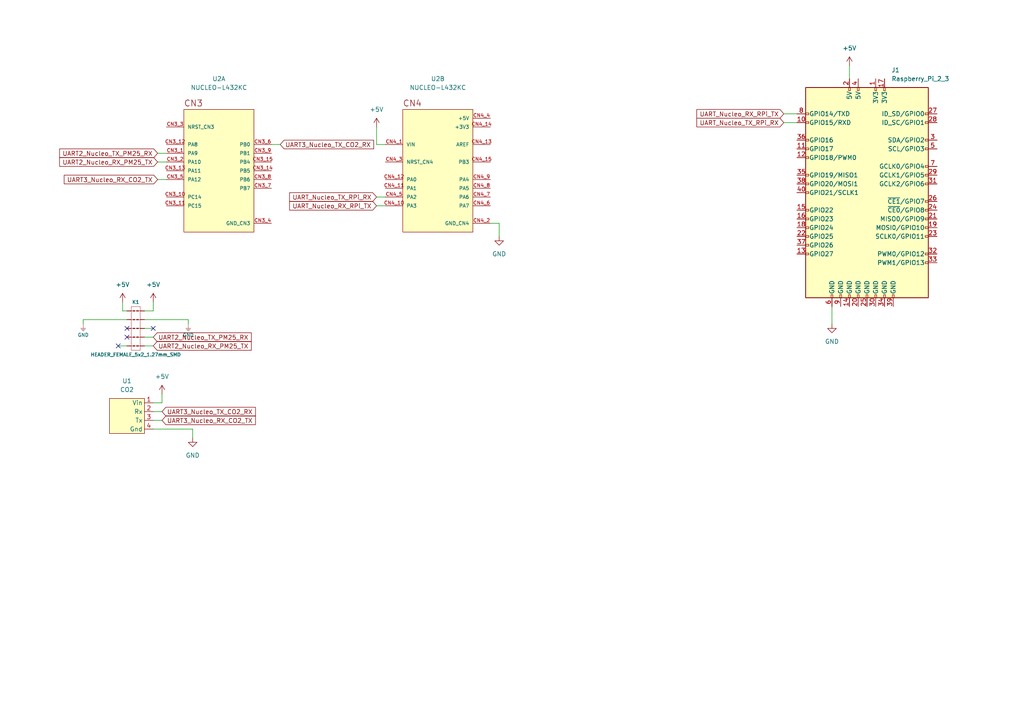
<source format=kicad_sch>
(kicad_sch (version 20211123) (generator eeschema)

  (uuid b593f02d-8e7f-4396-bd50-f6ab53e6576a)

  (paper "A4")

  (lib_symbols
    (symbol "Capteur_Raspy:CO2" (in_bom yes) (on_board yes)
      (property "Reference" "U" (id 0) (at 0 0 0)
        (effects (font (size 1.27 1.27)))
      )
      (property "Value" "CO2" (id 1) (at 0 0 0)
        (effects (font (size 1.27 1.27)))
      )
      (property "Footprint" "" (id 2) (at 0 0 0)
        (effects (font (size 1.27 1.27)) hide)
      )
      (property "Datasheet" "" (id 3) (at 0 0 0)
        (effects (font (size 1.27 1.27)) hide)
      )
      (symbol "CO2_0_1"
        (rectangle (start -2.54 5.08) (end 7.62 -5.08)
          (stroke (width 0) (type default) (color 0 0 0 0))
          (fill (type background))
        )
      )
      (symbol "CO2_1_1"
        (pin input line (at 10.16 3.81 180) (length 2.54)
          (name "Vin" (effects (font (size 1.27 1.27))))
          (number "1" (effects (font (size 1.27 1.27))))
        )
        (pin input line (at 10.16 1.27 180) (length 2.54)
          (name "Rx" (effects (font (size 1.27 1.27))))
          (number "2" (effects (font (size 1.27 1.27))))
        )
        (pin output line (at 10.16 -1.27 180) (length 2.54)
          (name "Tx" (effects (font (size 1.27 1.27))))
          (number "3" (effects (font (size 1.27 1.27))))
        )
        (pin input line (at 10.16 -3.81 180) (length 2.54)
          (name "Gnd" (effects (font (size 1.27 1.27))))
          (number "4" (effects (font (size 1.27 1.27))))
        )
      )
    )
    (symbol "Connector:Raspberry_Pi_2_3" (pin_names (offset 1.016)) (in_bom yes) (on_board yes)
      (property "Reference" "J" (id 0) (at -17.78 31.75 0)
        (effects (font (size 1.27 1.27)) (justify left bottom))
      )
      (property "Value" "Raspberry_Pi_2_3" (id 1) (at 10.16 -31.75 0)
        (effects (font (size 1.27 1.27)) (justify left top))
      )
      (property "Footprint" "" (id 2) (at 0 0 0)
        (effects (font (size 1.27 1.27)) hide)
      )
      (property "Datasheet" "https://www.raspberrypi.org/documentation/hardware/raspberrypi/schematics/rpi_SCH_3bplus_1p0_reduced.pdf" (id 3) (at 0 0 0)
        (effects (font (size 1.27 1.27)) hide)
      )
      (property "ki_keywords" "raspberrypi gpio" (id 4) (at 0 0 0)
        (effects (font (size 1.27 1.27)) hide)
      )
      (property "ki_description" "expansion header for Raspberry Pi 2 & 3" (id 5) (at 0 0 0)
        (effects (font (size 1.27 1.27)) hide)
      )
      (property "ki_fp_filters" "PinHeader*2x20*P2.54mm*Vertical* PinSocket*2x20*P2.54mm*Vertical*" (id 6) (at 0 0 0)
        (effects (font (size 1.27 1.27)) hide)
      )
      (symbol "Raspberry_Pi_2_3_0_1"
        (rectangle (start -17.78 30.48) (end 17.78 -30.48)
          (stroke (width 0.254) (type default) (color 0 0 0 0))
          (fill (type background))
        )
      )
      (symbol "Raspberry_Pi_2_3_1_1"
        (rectangle (start -16.891 -17.526) (end -17.78 -18.034)
          (stroke (width 0) (type default) (color 0 0 0 0))
          (fill (type none))
        )
        (rectangle (start -16.891 -14.986) (end -17.78 -15.494)
          (stroke (width 0) (type default) (color 0 0 0 0))
          (fill (type none))
        )
        (rectangle (start -16.891 -12.446) (end -17.78 -12.954)
          (stroke (width 0) (type default) (color 0 0 0 0))
          (fill (type none))
        )
        (rectangle (start -16.891 -9.906) (end -17.78 -10.414)
          (stroke (width 0) (type default) (color 0 0 0 0))
          (fill (type none))
        )
        (rectangle (start -16.891 -7.366) (end -17.78 -7.874)
          (stroke (width 0) (type default) (color 0 0 0 0))
          (fill (type none))
        )
        (rectangle (start -16.891 -4.826) (end -17.78 -5.334)
          (stroke (width 0) (type default) (color 0 0 0 0))
          (fill (type none))
        )
        (rectangle (start -16.891 0.254) (end -17.78 -0.254)
          (stroke (width 0) (type default) (color 0 0 0 0))
          (fill (type none))
        )
        (rectangle (start -16.891 2.794) (end -17.78 2.286)
          (stroke (width 0) (type default) (color 0 0 0 0))
          (fill (type none))
        )
        (rectangle (start -16.891 5.334) (end -17.78 4.826)
          (stroke (width 0) (type default) (color 0 0 0 0))
          (fill (type none))
        )
        (rectangle (start -16.891 10.414) (end -17.78 9.906)
          (stroke (width 0) (type default) (color 0 0 0 0))
          (fill (type none))
        )
        (rectangle (start -16.891 12.954) (end -17.78 12.446)
          (stroke (width 0) (type default) (color 0 0 0 0))
          (fill (type none))
        )
        (rectangle (start -16.891 15.494) (end -17.78 14.986)
          (stroke (width 0) (type default) (color 0 0 0 0))
          (fill (type none))
        )
        (rectangle (start -16.891 20.574) (end -17.78 20.066)
          (stroke (width 0) (type default) (color 0 0 0 0))
          (fill (type none))
        )
        (rectangle (start -16.891 23.114) (end -17.78 22.606)
          (stroke (width 0) (type default) (color 0 0 0 0))
          (fill (type none))
        )
        (rectangle (start -10.414 -29.591) (end -9.906 -30.48)
          (stroke (width 0) (type default) (color 0 0 0 0))
          (fill (type none))
        )
        (rectangle (start -7.874 -29.591) (end -7.366 -30.48)
          (stroke (width 0) (type default) (color 0 0 0 0))
          (fill (type none))
        )
        (rectangle (start -5.334 -29.591) (end -4.826 -30.48)
          (stroke (width 0) (type default) (color 0 0 0 0))
          (fill (type none))
        )
        (rectangle (start -5.334 30.48) (end -4.826 29.591)
          (stroke (width 0) (type default) (color 0 0 0 0))
          (fill (type none))
        )
        (rectangle (start -2.794 -29.591) (end -2.286 -30.48)
          (stroke (width 0) (type default) (color 0 0 0 0))
          (fill (type none))
        )
        (rectangle (start -2.794 30.48) (end -2.286 29.591)
          (stroke (width 0) (type default) (color 0 0 0 0))
          (fill (type none))
        )
        (rectangle (start -0.254 -29.591) (end 0.254 -30.48)
          (stroke (width 0) (type default) (color 0 0 0 0))
          (fill (type none))
        )
        (rectangle (start 2.286 -29.591) (end 2.794 -30.48)
          (stroke (width 0) (type default) (color 0 0 0 0))
          (fill (type none))
        )
        (rectangle (start 2.286 30.48) (end 2.794 29.591)
          (stroke (width 0) (type default) (color 0 0 0 0))
          (fill (type none))
        )
        (rectangle (start 4.826 -29.591) (end 5.334 -30.48)
          (stroke (width 0) (type default) (color 0 0 0 0))
          (fill (type none))
        )
        (rectangle (start 4.826 30.48) (end 5.334 29.591)
          (stroke (width 0) (type default) (color 0 0 0 0))
          (fill (type none))
        )
        (rectangle (start 7.366 -29.591) (end 7.874 -30.48)
          (stroke (width 0) (type default) (color 0 0 0 0))
          (fill (type none))
        )
        (rectangle (start 17.78 -20.066) (end 16.891 -20.574)
          (stroke (width 0) (type default) (color 0 0 0 0))
          (fill (type none))
        )
        (rectangle (start 17.78 -17.526) (end 16.891 -18.034)
          (stroke (width 0) (type default) (color 0 0 0 0))
          (fill (type none))
        )
        (rectangle (start 17.78 -12.446) (end 16.891 -12.954)
          (stroke (width 0) (type default) (color 0 0 0 0))
          (fill (type none))
        )
        (rectangle (start 17.78 -9.906) (end 16.891 -10.414)
          (stroke (width 0) (type default) (color 0 0 0 0))
          (fill (type none))
        )
        (rectangle (start 17.78 -7.366) (end 16.891 -7.874)
          (stroke (width 0) (type default) (color 0 0 0 0))
          (fill (type none))
        )
        (rectangle (start 17.78 -4.826) (end 16.891 -5.334)
          (stroke (width 0) (type default) (color 0 0 0 0))
          (fill (type none))
        )
        (rectangle (start 17.78 -2.286) (end 16.891 -2.794)
          (stroke (width 0) (type default) (color 0 0 0 0))
          (fill (type none))
        )
        (rectangle (start 17.78 2.794) (end 16.891 2.286)
          (stroke (width 0) (type default) (color 0 0 0 0))
          (fill (type none))
        )
        (rectangle (start 17.78 5.334) (end 16.891 4.826)
          (stroke (width 0) (type default) (color 0 0 0 0))
          (fill (type none))
        )
        (rectangle (start 17.78 7.874) (end 16.891 7.366)
          (stroke (width 0) (type default) (color 0 0 0 0))
          (fill (type none))
        )
        (rectangle (start 17.78 12.954) (end 16.891 12.446)
          (stroke (width 0) (type default) (color 0 0 0 0))
          (fill (type none))
        )
        (rectangle (start 17.78 15.494) (end 16.891 14.986)
          (stroke (width 0) (type default) (color 0 0 0 0))
          (fill (type none))
        )
        (rectangle (start 17.78 20.574) (end 16.891 20.066)
          (stroke (width 0) (type default) (color 0 0 0 0))
          (fill (type none))
        )
        (rectangle (start 17.78 23.114) (end 16.891 22.606)
          (stroke (width 0) (type default) (color 0 0 0 0))
          (fill (type none))
        )
        (pin power_in line (at 2.54 33.02 270) (length 2.54)
          (name "3V3" (effects (font (size 1.27 1.27))))
          (number "1" (effects (font (size 1.27 1.27))))
        )
        (pin bidirectional line (at -20.32 20.32 0) (length 2.54)
          (name "GPIO15/RXD" (effects (font (size 1.27 1.27))))
          (number "10" (effects (font (size 1.27 1.27))))
        )
        (pin bidirectional line (at -20.32 12.7 0) (length 2.54)
          (name "GPIO17" (effects (font (size 1.27 1.27))))
          (number "11" (effects (font (size 1.27 1.27))))
        )
        (pin bidirectional line (at -20.32 10.16 0) (length 2.54)
          (name "GPIO18/PWM0" (effects (font (size 1.27 1.27))))
          (number "12" (effects (font (size 1.27 1.27))))
        )
        (pin bidirectional line (at -20.32 -17.78 0) (length 2.54)
          (name "GPIO27" (effects (font (size 1.27 1.27))))
          (number "13" (effects (font (size 1.27 1.27))))
        )
        (pin power_in line (at -5.08 -33.02 90) (length 2.54)
          (name "GND" (effects (font (size 1.27 1.27))))
          (number "14" (effects (font (size 1.27 1.27))))
        )
        (pin bidirectional line (at -20.32 -5.08 0) (length 2.54)
          (name "GPIO22" (effects (font (size 1.27 1.27))))
          (number "15" (effects (font (size 1.27 1.27))))
        )
        (pin bidirectional line (at -20.32 -7.62 0) (length 2.54)
          (name "GPIO23" (effects (font (size 1.27 1.27))))
          (number "16" (effects (font (size 1.27 1.27))))
        )
        (pin power_in line (at 5.08 33.02 270) (length 2.54)
          (name "3V3" (effects (font (size 1.27 1.27))))
          (number "17" (effects (font (size 1.27 1.27))))
        )
        (pin bidirectional line (at -20.32 -10.16 0) (length 2.54)
          (name "GPIO24" (effects (font (size 1.27 1.27))))
          (number "18" (effects (font (size 1.27 1.27))))
        )
        (pin bidirectional line (at 20.32 -10.16 180) (length 2.54)
          (name "MOSI0/GPIO10" (effects (font (size 1.27 1.27))))
          (number "19" (effects (font (size 1.27 1.27))))
        )
        (pin power_in line (at -5.08 33.02 270) (length 2.54)
          (name "5V" (effects (font (size 1.27 1.27))))
          (number "2" (effects (font (size 1.27 1.27))))
        )
        (pin power_in line (at -2.54 -33.02 90) (length 2.54)
          (name "GND" (effects (font (size 1.27 1.27))))
          (number "20" (effects (font (size 1.27 1.27))))
        )
        (pin bidirectional line (at 20.32 -7.62 180) (length 2.54)
          (name "MISO0/GPIO9" (effects (font (size 1.27 1.27))))
          (number "21" (effects (font (size 1.27 1.27))))
        )
        (pin bidirectional line (at -20.32 -12.7 0) (length 2.54)
          (name "GPIO25" (effects (font (size 1.27 1.27))))
          (number "22" (effects (font (size 1.27 1.27))))
        )
        (pin bidirectional line (at 20.32 -12.7 180) (length 2.54)
          (name "SCLK0/GPIO11" (effects (font (size 1.27 1.27))))
          (number "23" (effects (font (size 1.27 1.27))))
        )
        (pin bidirectional line (at 20.32 -5.08 180) (length 2.54)
          (name "~{CE0}/GPIO8" (effects (font (size 1.27 1.27))))
          (number "24" (effects (font (size 1.27 1.27))))
        )
        (pin power_in line (at 0 -33.02 90) (length 2.54)
          (name "GND" (effects (font (size 1.27 1.27))))
          (number "25" (effects (font (size 1.27 1.27))))
        )
        (pin bidirectional line (at 20.32 -2.54 180) (length 2.54)
          (name "~{CE1}/GPIO7" (effects (font (size 1.27 1.27))))
          (number "26" (effects (font (size 1.27 1.27))))
        )
        (pin bidirectional line (at 20.32 22.86 180) (length 2.54)
          (name "ID_SD/GPIO0" (effects (font (size 1.27 1.27))))
          (number "27" (effects (font (size 1.27 1.27))))
        )
        (pin bidirectional line (at 20.32 20.32 180) (length 2.54)
          (name "ID_SC/GPIO1" (effects (font (size 1.27 1.27))))
          (number "28" (effects (font (size 1.27 1.27))))
        )
        (pin bidirectional line (at 20.32 5.08 180) (length 2.54)
          (name "GCLK1/GPIO5" (effects (font (size 1.27 1.27))))
          (number "29" (effects (font (size 1.27 1.27))))
        )
        (pin bidirectional line (at 20.32 15.24 180) (length 2.54)
          (name "SDA/GPIO2" (effects (font (size 1.27 1.27))))
          (number "3" (effects (font (size 1.27 1.27))))
        )
        (pin power_in line (at 2.54 -33.02 90) (length 2.54)
          (name "GND" (effects (font (size 1.27 1.27))))
          (number "30" (effects (font (size 1.27 1.27))))
        )
        (pin bidirectional line (at 20.32 2.54 180) (length 2.54)
          (name "GCLK2/GPIO6" (effects (font (size 1.27 1.27))))
          (number "31" (effects (font (size 1.27 1.27))))
        )
        (pin bidirectional line (at 20.32 -17.78 180) (length 2.54)
          (name "PWM0/GPIO12" (effects (font (size 1.27 1.27))))
          (number "32" (effects (font (size 1.27 1.27))))
        )
        (pin bidirectional line (at 20.32 -20.32 180) (length 2.54)
          (name "PWM1/GPIO13" (effects (font (size 1.27 1.27))))
          (number "33" (effects (font (size 1.27 1.27))))
        )
        (pin power_in line (at 5.08 -33.02 90) (length 2.54)
          (name "GND" (effects (font (size 1.27 1.27))))
          (number "34" (effects (font (size 1.27 1.27))))
        )
        (pin bidirectional line (at -20.32 5.08 0) (length 2.54)
          (name "GPIO19/MISO1" (effects (font (size 1.27 1.27))))
          (number "35" (effects (font (size 1.27 1.27))))
        )
        (pin bidirectional line (at -20.32 15.24 0) (length 2.54)
          (name "GPIO16" (effects (font (size 1.27 1.27))))
          (number "36" (effects (font (size 1.27 1.27))))
        )
        (pin bidirectional line (at -20.32 -15.24 0) (length 2.54)
          (name "GPIO26" (effects (font (size 1.27 1.27))))
          (number "37" (effects (font (size 1.27 1.27))))
        )
        (pin bidirectional line (at -20.32 2.54 0) (length 2.54)
          (name "GPIO20/MOSI1" (effects (font (size 1.27 1.27))))
          (number "38" (effects (font (size 1.27 1.27))))
        )
        (pin power_in line (at 7.62 -33.02 90) (length 2.54)
          (name "GND" (effects (font (size 1.27 1.27))))
          (number "39" (effects (font (size 1.27 1.27))))
        )
        (pin power_in line (at -2.54 33.02 270) (length 2.54)
          (name "5V" (effects (font (size 1.27 1.27))))
          (number "4" (effects (font (size 1.27 1.27))))
        )
        (pin bidirectional line (at -20.32 0 0) (length 2.54)
          (name "GPIO21/SCLK1" (effects (font (size 1.27 1.27))))
          (number "40" (effects (font (size 1.27 1.27))))
        )
        (pin bidirectional line (at 20.32 12.7 180) (length 2.54)
          (name "SCL/GPIO3" (effects (font (size 1.27 1.27))))
          (number "5" (effects (font (size 1.27 1.27))))
        )
        (pin power_in line (at -10.16 -33.02 90) (length 2.54)
          (name "GND" (effects (font (size 1.27 1.27))))
          (number "6" (effects (font (size 1.27 1.27))))
        )
        (pin bidirectional line (at 20.32 7.62 180) (length 2.54)
          (name "GCLK0/GPIO4" (effects (font (size 1.27 1.27))))
          (number "7" (effects (font (size 1.27 1.27))))
        )
        (pin bidirectional line (at -20.32 22.86 0) (length 2.54)
          (name "GPIO14/TXD" (effects (font (size 1.27 1.27))))
          (number "8" (effects (font (size 1.27 1.27))))
        )
        (pin power_in line (at -7.62 -33.02 90) (length 2.54)
          (name "GND" (effects (font (size 1.27 1.27))))
          (number "9" (effects (font (size 1.27 1.27))))
        )
      )
    )
    (symbol "NUCLEO-L432KC:NUCLEO-L432KC" (pin_names (offset 1.016)) (in_bom yes) (on_board yes)
      (property "Reference" "U" (id 0) (at -10.16 21.082 0)
        (effects (font (size 1.27 1.27)) (justify left bottom))
      )
      (property "Value" "NUCLEO-L432KC" (id 1) (at -10.16 -20.32 0)
        (effects (font (size 1.27 1.27)) (justify left bottom))
      )
      (property "Footprint" "MODULE_NUCLEO-L432KC" (id 2) (at 0 0 0)
        (effects (font (size 1.27 1.27)) (justify bottom) hide)
      )
      (property "Datasheet" "" (id 3) (at 0 0 0)
        (effects (font (size 1.27 1.27)) hide)
      )
      (property "MAXIMUM_PACKAGE_HEIGHT" "N/A" (id 4) (at 0 0 0)
        (effects (font (size 1.27 1.27)) (justify bottom) hide)
      )
      (property "MANUFACTURER" "ST Microelectronics" (id 5) (at 0 0 0)
        (effects (font (size 1.27 1.27)) (justify bottom) hide)
      )
      (property "PARTREV" "N/A" (id 6) (at 0 0 0)
        (effects (font (size 1.27 1.27)) (justify bottom) hide)
      )
      (property "STANDARD" "Manufacturer Recommendations" (id 7) (at 0 0 0)
        (effects (font (size 1.27 1.27)) (justify bottom) hide)
      )
      (symbol "NUCLEO-L432KC_1_0"
        (rectangle (start -10.16 -17.78) (end 10.16 17.78)
          (stroke (width 0.1524) (type default) (color 0 0 0 0))
          (fill (type background))
        )
        (text "CN3" (at -10.16 18.542 0)
          (effects (font (size 1.778 1.778)) (justify left bottom))
        )
        (pin bidirectional line (at -15.24 5.08 0) (length 5.08)
          (name "PA9" (effects (font (size 1.016 1.016))))
          (number "CN3_1" (effects (font (size 1.016 1.016))))
        )
        (pin bidirectional line (at -15.24 -7.62 0) (length 5.08)
          (name "PC14" (effects (font (size 1.016 1.016))))
          (number "CN3_10" (effects (font (size 1.016 1.016))))
        )
        (pin bidirectional line (at -15.24 -10.16 0) (length 5.08)
          (name "PC15" (effects (font (size 1.016 1.016))))
          (number "CN3_11" (effects (font (size 1.016 1.016))))
        )
        (pin bidirectional line (at -15.24 7.62 0) (length 5.08)
          (name "PA8" (effects (font (size 1.016 1.016))))
          (number "CN3_12" (effects (font (size 1.016 1.016))))
        )
        (pin bidirectional line (at -15.24 0 0) (length 5.08)
          (name "PA11" (effects (font (size 1.016 1.016))))
          (number "CN3_13" (effects (font (size 1.016 1.016))))
        )
        (pin bidirectional line (at 15.24 0 180) (length 5.08)
          (name "PB5" (effects (font (size 1.016 1.016))))
          (number "CN3_14" (effects (font (size 1.016 1.016))))
        )
        (pin bidirectional line (at 15.24 2.54 180) (length 5.08)
          (name "PB4" (effects (font (size 1.016 1.016))))
          (number "CN3_15" (effects (font (size 1.016 1.016))))
        )
        (pin bidirectional line (at -15.24 2.54 0) (length 5.08)
          (name "PA10" (effects (font (size 1.016 1.016))))
          (number "CN3_2" (effects (font (size 1.016 1.016))))
        )
        (pin bidirectional line (at -15.24 12.7 0) (length 5.08)
          (name "NRST_CN3" (effects (font (size 1.016 1.016))))
          (number "CN3_3" (effects (font (size 1.016 1.016))))
        )
        (pin power_in line (at 15.24 -15.24 180) (length 5.08)
          (name "GND_CN3" (effects (font (size 1.016 1.016))))
          (number "CN3_4" (effects (font (size 1.016 1.016))))
        )
        (pin bidirectional line (at -15.24 -2.54 0) (length 5.08)
          (name "PA12" (effects (font (size 1.016 1.016))))
          (number "CN3_5" (effects (font (size 1.016 1.016))))
        )
        (pin bidirectional line (at 15.24 7.62 180) (length 5.08)
          (name "PB0" (effects (font (size 1.016 1.016))))
          (number "CN3_6" (effects (font (size 1.016 1.016))))
        )
        (pin bidirectional line (at 15.24 -5.08 180) (length 5.08)
          (name "PB7" (effects (font (size 1.016 1.016))))
          (number "CN3_7" (effects (font (size 1.016 1.016))))
        )
        (pin bidirectional line (at 15.24 -2.54 180) (length 5.08)
          (name "PB6" (effects (font (size 1.016 1.016))))
          (number "CN3_8" (effects (font (size 1.016 1.016))))
        )
        (pin bidirectional line (at 15.24 5.08 180) (length 5.08)
          (name "PB1" (effects (font (size 1.016 1.016))))
          (number "CN3_9" (effects (font (size 1.016 1.016))))
        )
      )
      (symbol "NUCLEO-L432KC_2_0"
        (rectangle (start -10.16 -17.78) (end 10.16 17.78)
          (stroke (width 0.1524) (type default) (color 0 0 0 0))
          (fill (type background))
        )
        (text "CN4" (at -10.16 18.542 0)
          (effects (font (size 1.778 1.778)) (justify left bottom))
        )
        (pin input line (at -15.24 7.62 0) (length 5.08)
          (name "VIN" (effects (font (size 1.016 1.016))))
          (number "CN4_1" (effects (font (size 1.016 1.016))))
        )
        (pin bidirectional line (at -15.24 -10.16 0) (length 5.08)
          (name "PA3" (effects (font (size 1.016 1.016))))
          (number "CN4_10" (effects (font (size 1.016 1.016))))
        )
        (pin bidirectional line (at -15.24 -5.08 0) (length 5.08)
          (name "PA1" (effects (font (size 1.016 1.016))))
          (number "CN4_11" (effects (font (size 1.016 1.016))))
        )
        (pin bidirectional line (at -15.24 -2.54 0) (length 5.08)
          (name "PA0" (effects (font (size 1.016 1.016))))
          (number "CN4_12" (effects (font (size 1.016 1.016))))
        )
        (pin bidirectional line (at 15.24 7.62 180) (length 5.08)
          (name "AREF" (effects (font (size 1.016 1.016))))
          (number "CN4_13" (effects (font (size 1.016 1.016))))
        )
        (pin power_in line (at 15.24 12.7 180) (length 5.08)
          (name "+3V3" (effects (font (size 1.016 1.016))))
          (number "CN4_14" (effects (font (size 1.016 1.016))))
        )
        (pin bidirectional line (at 15.24 2.54 180) (length 5.08)
          (name "PB3" (effects (font (size 1.016 1.016))))
          (number "CN4_15" (effects (font (size 1.016 1.016))))
        )
        (pin power_in line (at 15.24 -15.24 180) (length 5.08)
          (name "GND_CN4" (effects (font (size 1.016 1.016))))
          (number "CN4_2" (effects (font (size 1.016 1.016))))
        )
        (pin bidirectional line (at -15.24 2.54 0) (length 5.08)
          (name "NRST_CN4" (effects (font (size 1.016 1.016))))
          (number "CN4_3" (effects (font (size 1.016 1.016))))
        )
        (pin power_in line (at 15.24 15.24 180) (length 5.08)
          (name "+5V" (effects (font (size 1.016 1.016))))
          (number "CN4_4" (effects (font (size 1.016 1.016))))
        )
        (pin bidirectional line (at -15.24 -7.62 0) (length 5.08)
          (name "PA2" (effects (font (size 1.016 1.016))))
          (number "CN4_5" (effects (font (size 1.016 1.016))))
        )
        (pin bidirectional line (at 15.24 -10.16 180) (length 5.08)
          (name "PA7" (effects (font (size 1.016 1.016))))
          (number "CN4_6" (effects (font (size 1.016 1.016))))
        )
        (pin bidirectional line (at 15.24 -7.62 180) (length 5.08)
          (name "PA6" (effects (font (size 1.016 1.016))))
          (number "CN4_7" (effects (font (size 1.016 1.016))))
        )
        (pin bidirectional line (at 15.24 -5.08 180) (length 5.08)
          (name "PA5" (effects (font (size 1.016 1.016))))
          (number "CN4_8" (effects (font (size 1.016 1.016))))
        )
        (pin bidirectional line (at 15.24 -2.54 180) (length 5.08)
          (name "PA4" (effects (font (size 1.016 1.016))))
          (number "CN4_9" (effects (font (size 1.016 1.016))))
        )
      )
    )
    (symbol "e-radionica.com schematics:GND" (power) (pin_names (offset 0)) (in_bom yes) (on_board yes)
      (property "Reference" "#PWR" (id 0) (at 4.445 0 0)
        (effects (font (size 1 1)) hide)
      )
      (property "Value" "GND" (id 1) (at 0 -2.921 0)
        (effects (font (size 1 1)))
      )
      (property "Footprint" "" (id 2) (at 4.445 3.81 0)
        (effects (font (size 1 1)) hide)
      )
      (property "Datasheet" "" (id 3) (at 4.445 3.81 0)
        (effects (font (size 1 1)) hide)
      )
      (property "ki_keywords" "power-flag" (id 4) (at 0 0 0)
        (effects (font (size 1.27 1.27)) hide)
      )
      (property "ki_description" "Power symbol creates a global label with name \"GND\"" (id 5) (at 0 0 0)
        (effects (font (size 1.27 1.27)) hide)
      )
      (symbol "GND_0_1"
        (polyline
          (pts
            (xy -0.762 -1.27)
            (xy 0.762 -1.27)
          )
          (stroke (width 0.0006) (type default) (color 0 0 0 0))
          (fill (type none))
        )
        (polyline
          (pts
            (xy -0.635 -1.524)
            (xy 0.635 -1.524)
          )
          (stroke (width 0.0006) (type default) (color 0 0 0 0))
          (fill (type none))
        )
        (polyline
          (pts
            (xy -0.381 -1.778)
            (xy 0.381 -1.778)
          )
          (stroke (width 0.0006) (type default) (color 0 0 0 0))
          (fill (type none))
        )
        (polyline
          (pts
            (xy -0.127 -2.032)
            (xy 0.127 -2.032)
          )
          (stroke (width 0.0006) (type default) (color 0 0 0 0))
          (fill (type none))
        )
        (polyline
          (pts
            (xy 0 0)
            (xy 0 -1.27)
          )
          (stroke (width 0.0006) (type default) (color 0 0 0 0))
          (fill (type none))
        )
      )
      (symbol "GND_1_1"
        (pin power_in line (at 0 0 270) (length 0) hide
          (name "GND" (effects (font (size 1.27 1.27))))
          (number "1" (effects (font (size 1.27 1.27))))
        )
      )
    )
    (symbol "e-radionica.com schematics:HEADER_FEMALE_5x2_1.27mm_SMD" (pin_numbers hide) (pin_names hide) (in_bom yes) (on_board yes)
      (property "Reference" "K1" (id 0) (at 0 7.62 0)
        (effects (font (size 1 1)))
      )
      (property "Value" "HEADER_FEMALE_5x2_1.27mm_SMD" (id 1) (at 0 -7.62 0)
        (effects (font (size 1 1)))
      )
      (property "Footprint" "Connector_PinHeader_1.27mm:PinHeader_2x05_P1.27mm_Vertical" (id 2) (at 0 -8.89 0)
        (effects (font (size 1 1)) hide)
      )
      (property "Datasheet" "" (id 3) (at 2.54 -2.54 0)
        (effects (font (size 1 1)) hide)
      )
      (property "ki_keywords" "PMS7003 header 1.27mm SMD" (id 4) (at 0 0 0)
        (effects (font (size 1.27 1.27)) hide)
      )
      (property "ki_description" "Header 1.27mm 5x2 SMD" (id 5) (at 0 0 0)
        (effects (font (size 1.27 1.27)) hide)
      )
      (symbol "HEADER_FEMALE_5x2_1.27mm_SMD_0_1"
        (rectangle (start -1.27 6.35) (end 1.27 -6.35)
          (stroke (width 0.0006) (type default) (color 0 0 0 0))
          (fill (type none))
        )
        (polyline
          (pts
            (xy -1.27 -5.08)
            (xy -0.635 -5.08)
          )
          (stroke (width 0.0006) (type default) (color 0 0 0 0))
          (fill (type none))
        )
        (polyline
          (pts
            (xy -1.27 -2.54)
            (xy -0.635 -2.54)
          )
          (stroke (width 0.0006) (type default) (color 0 0 0 0))
          (fill (type none))
        )
        (polyline
          (pts
            (xy -1.27 0)
            (xy -0.635 0)
          )
          (stroke (width 0.0006) (type default) (color 0 0 0 0))
          (fill (type none))
        )
        (polyline
          (pts
            (xy -1.27 2.54)
            (xy -0.635 2.54)
          )
          (stroke (width 0.0006) (type default) (color 0 0 0 0))
          (fill (type none))
        )
        (polyline
          (pts
            (xy -1.27 5.08)
            (xy -0.635 5.08)
          )
          (stroke (width 0.0006) (type default) (color 0 0 0 0))
          (fill (type none))
        )
        (polyline
          (pts
            (xy -0.762 -5.08)
            (xy -0.254 -5.08)
          )
          (stroke (width 0.3) (type default) (color 0 0 0 0))
          (fill (type none))
        )
        (polyline
          (pts
            (xy -0.762 -2.54)
            (xy -0.254 -2.54)
          )
          (stroke (width 0.3) (type default) (color 0 0 0 0))
          (fill (type none))
        )
        (polyline
          (pts
            (xy -0.762 0)
            (xy -0.254 0)
          )
          (stroke (width 0.3) (type default) (color 0 0 0 0))
          (fill (type none))
        )
        (polyline
          (pts
            (xy -0.762 2.54)
            (xy -0.254 2.54)
          )
          (stroke (width 0.3) (type default) (color 0 0 0 0))
          (fill (type none))
        )
        (polyline
          (pts
            (xy -0.762 5.08)
            (xy -0.254 5.08)
          )
          (stroke (width 0.3) (type default) (color 0 0 0 0))
          (fill (type none))
        )
        (polyline
          (pts
            (xy 0.254 -5.08)
            (xy 0.762 -5.08)
          )
          (stroke (width 0.3) (type default) (color 0 0 0 0))
          (fill (type none))
        )
        (polyline
          (pts
            (xy 0.254 -2.54)
            (xy 0.762 -2.54)
          )
          (stroke (width 0.3) (type default) (color 0 0 0 0))
          (fill (type none))
        )
        (polyline
          (pts
            (xy 0.254 0)
            (xy 0.762 0)
          )
          (stroke (width 0.3) (type default) (color 0 0 0 0))
          (fill (type none))
        )
        (polyline
          (pts
            (xy 0.254 2.54)
            (xy 0.762 2.54)
          )
          (stroke (width 0.3) (type default) (color 0 0 0 0))
          (fill (type none))
        )
        (polyline
          (pts
            (xy 0.254 5.08)
            (xy 0.762 5.08)
          )
          (stroke (width 0.3) (type default) (color 0 0 0 0))
          (fill (type none))
        )
        (polyline
          (pts
            (xy 1.27 -5.08)
            (xy 0.635 -5.08)
          )
          (stroke (width 0.0006) (type default) (color 0 0 0 0))
          (fill (type none))
        )
        (polyline
          (pts
            (xy 1.27 -2.54)
            (xy 0.635 -2.54)
          )
          (stroke (width 0.0006) (type default) (color 0 0 0 0))
          (fill (type none))
        )
        (polyline
          (pts
            (xy 1.27 0)
            (xy 0.635 0)
          )
          (stroke (width 0.0006) (type default) (color 0 0 0 0))
          (fill (type none))
        )
        (polyline
          (pts
            (xy 1.27 2.54)
            (xy 0.635 2.54)
          )
          (stroke (width 0.0006) (type default) (color 0 0 0 0))
          (fill (type none))
        )
        (polyline
          (pts
            (xy 1.27 5.08)
            (xy 0.635 5.08)
          )
          (stroke (width 0.0006) (type default) (color 0 0 0 0))
          (fill (type none))
        )
      )
      (symbol "HEADER_FEMALE_5x2_1.27mm_SMD_1_1"
        (pin passive line (at -2.54 5.08 0) (length 1.27)
          (name "~" (effects (font (size 1 1))))
          (number "1" (effects (font (size 1 1))))
        )
        (pin passive line (at 2.54 -5.08 180) (length 1.27)
          (name "~" (effects (font (size 1 1))))
          (number "10" (effects (font (size 1 1))))
        )
        (pin passive line (at 2.54 5.08 180) (length 1.27)
          (name "~" (effects (font (size 1 1))))
          (number "2" (effects (font (size 1 1))))
        )
        (pin passive line (at -2.54 2.54 0) (length 1.27)
          (name "~" (effects (font (size 1 1))))
          (number "3" (effects (font (size 1 1))))
        )
        (pin passive line (at 2.54 2.54 180) (length 1.27)
          (name "~" (effects (font (size 1 1))))
          (number "4" (effects (font (size 1 1))))
        )
        (pin passive line (at -2.54 0 0) (length 1.27)
          (name "~" (effects (font (size 1 1))))
          (number "5" (effects (font (size 1 1))))
        )
        (pin passive line (at 2.54 0 180) (length 1.27)
          (name "~" (effects (font (size 1 1))))
          (number "6" (effects (font (size 1 1))))
        )
        (pin passive line (at -2.54 -2.54 0) (length 1.27)
          (name "~" (effects (font (size 1 1))))
          (number "7" (effects (font (size 1 1))))
        )
        (pin passive line (at 2.54 -2.54 180) (length 1.27)
          (name "~" (effects (font (size 1 1))))
          (number "8" (effects (font (size 1 1))))
        )
        (pin passive line (at -2.54 -5.08 0) (length 1.27)
          (name "~" (effects (font (size 1 1))))
          (number "9" (effects (font (size 1 1))))
        )
      )
    )
    (symbol "power:+5V" (power) (pin_names (offset 0)) (in_bom yes) (on_board yes)
      (property "Reference" "#PWR" (id 0) (at 0 -3.81 0)
        (effects (font (size 1.27 1.27)) hide)
      )
      (property "Value" "+5V" (id 1) (at 0 3.556 0)
        (effects (font (size 1.27 1.27)))
      )
      (property "Footprint" "" (id 2) (at 0 0 0)
        (effects (font (size 1.27 1.27)) hide)
      )
      (property "Datasheet" "" (id 3) (at 0 0 0)
        (effects (font (size 1.27 1.27)) hide)
      )
      (property "ki_keywords" "power-flag" (id 4) (at 0 0 0)
        (effects (font (size 1.27 1.27)) hide)
      )
      (property "ki_description" "Power symbol creates a global label with name \"+5V\"" (id 5) (at 0 0 0)
        (effects (font (size 1.27 1.27)) hide)
      )
      (symbol "+5V_0_1"
        (polyline
          (pts
            (xy -0.762 1.27)
            (xy 0 2.54)
          )
          (stroke (width 0) (type default) (color 0 0 0 0))
          (fill (type none))
        )
        (polyline
          (pts
            (xy 0 0)
            (xy 0 2.54)
          )
          (stroke (width 0) (type default) (color 0 0 0 0))
          (fill (type none))
        )
        (polyline
          (pts
            (xy 0 2.54)
            (xy 0.762 1.27)
          )
          (stroke (width 0) (type default) (color 0 0 0 0))
          (fill (type none))
        )
      )
      (symbol "+5V_1_1"
        (pin power_in line (at 0 0 90) (length 0) hide
          (name "+5V" (effects (font (size 1.27 1.27))))
          (number "1" (effects (font (size 1.27 1.27))))
        )
      )
    )
    (symbol "power:GND" (power) (pin_names (offset 0)) (in_bom yes) (on_board yes)
      (property "Reference" "#PWR" (id 0) (at 0 -6.35 0)
        (effects (font (size 1.27 1.27)) hide)
      )
      (property "Value" "GND" (id 1) (at 0 -3.81 0)
        (effects (font (size 1.27 1.27)))
      )
      (property "Footprint" "" (id 2) (at 0 0 0)
        (effects (font (size 1.27 1.27)) hide)
      )
      (property "Datasheet" "" (id 3) (at 0 0 0)
        (effects (font (size 1.27 1.27)) hide)
      )
      (property "ki_keywords" "power-flag" (id 4) (at 0 0 0)
        (effects (font (size 1.27 1.27)) hide)
      )
      (property "ki_description" "Power symbol creates a global label with name \"GND\" , ground" (id 5) (at 0 0 0)
        (effects (font (size 1.27 1.27)) hide)
      )
      (symbol "GND_0_1"
        (polyline
          (pts
            (xy 0 0)
            (xy 0 -1.27)
            (xy 1.27 -1.27)
            (xy 0 -2.54)
            (xy -1.27 -1.27)
            (xy 0 -1.27)
          )
          (stroke (width 0) (type default) (color 0 0 0 0))
          (fill (type none))
        )
      )
      (symbol "GND_1_1"
        (pin power_in line (at 0 0 270) (length 0) hide
          (name "GND" (effects (font (size 1.27 1.27))))
          (number "1" (effects (font (size 1.27 1.27))))
        )
      )
    )
  )


  (no_connect (at 36.83 97.79) (uuid b8c5bdbe-8595-4089-9bb2-effe142faa44))
  (no_connect (at 36.83 95.25) (uuid b8c5bdbe-8595-4089-9bb2-effe142faa44))
  (no_connect (at 34.29 100.33) (uuid b8c5bdbe-8595-4089-9bb2-effe142faa44))
  (no_connect (at 44.45 95.25) (uuid b8c5bdbe-8595-4089-9bb2-effe142faa44))

  (wire (pts (xy 109.22 36.83) (xy 109.22 41.91))
    (stroke (width 0) (type default) (color 0 0 0 0))
    (uuid 0871be88-6d08-4dbb-8aa8-0987f3cce7a4)
  )
  (wire (pts (xy 24.13 92.71) (xy 36.83 92.71))
    (stroke (width 0) (type solid) (color 0 0 0 0))
    (uuid 0cf4176a-9b8b-4375-9572-8fec2c851c28)
  )
  (wire (pts (xy 35.56 90.17) (xy 36.83 90.17))
    (stroke (width 0) (type solid) (color 0 0 0 0))
    (uuid 1b99499d-3287-4246-a0d3-12b766ad2255)
  )
  (wire (pts (xy 35.56 87.63) (xy 35.56 90.17))
    (stroke (width 0) (type solid) (color 0 0 0 0))
    (uuid 1d07e7f3-af76-42ac-a217-c34c44bc70cc)
  )
  (wire (pts (xy 44.45 90.17) (xy 44.45 87.63))
    (stroke (width 0) (type solid) (color 0 0 0 0))
    (uuid 29e0f723-7056-432b-9fed-d8aa1892ee81)
  )
  (wire (pts (xy 111.76 41.91) (xy 109.22 41.91))
    (stroke (width 0) (type default) (color 0 0 0 0))
    (uuid 2b62233d-a0c6-48ef-a366-36786ab75de1)
  )
  (wire (pts (xy 24.13 92.71) (xy 24.13 93.98))
    (stroke (width 0) (type solid) (color 0 0 0 0))
    (uuid 3095b70f-d452-4e90-a444-0349e64fe5c1)
  )
  (wire (pts (xy 41.91 100.33) (xy 44.45 100.33))
    (stroke (width 0) (type solid) (color 0 0 0 0))
    (uuid 3344f5ba-7e85-47bd-9550-12bce0f241a4)
  )
  (wire (pts (xy 227.33 35.56) (xy 231.14 35.56))
    (stroke (width 0) (type default) (color 0 0 0 0))
    (uuid 343d50c5-30f9-4a25-b51f-ea8b437edcea)
  )
  (wire (pts (xy 44.45 121.92) (xy 46.99 121.92))
    (stroke (width 0) (type default) (color 0 0 0 0))
    (uuid 3ad33fed-c07c-4643-aa88-ff595354b045)
  )
  (wire (pts (xy 78.74 41.91) (xy 81.28 41.91))
    (stroke (width 0) (type default) (color 0 0 0 0))
    (uuid 3baf754a-44bb-4c9f-9e11-360f39d6588b)
  )
  (wire (pts (xy 45.72 44.45) (xy 48.26 44.45))
    (stroke (width 0) (type default) (color 0 0 0 0))
    (uuid 3f64b4f9-7da7-461d-9d75-d36f8a2301f0)
  )
  (wire (pts (xy 241.3 88.9) (xy 241.3 93.98))
    (stroke (width 0) (type default) (color 0 0 0 0))
    (uuid 54924031-41f1-4dd5-9a9c-ba6a99d2981e)
  )
  (wire (pts (xy 144.78 64.77) (xy 144.78 68.58))
    (stroke (width 0) (type default) (color 0 0 0 0))
    (uuid 5f83cdbf-347d-4e2a-9077-0464e71e4cee)
  )
  (wire (pts (xy 227.33 33.02) (xy 231.14 33.02))
    (stroke (width 0) (type default) (color 0 0 0 0))
    (uuid 68562545-3893-412a-9a10-9ef85ec5395f)
  )
  (wire (pts (xy 45.72 52.07) (xy 48.26 52.07))
    (stroke (width 0) (type default) (color 0 0 0 0))
    (uuid 8b509733-2df2-4932-b796-ca6f5c40769e)
  )
  (wire (pts (xy 45.72 46.99) (xy 48.26 46.99))
    (stroke (width 0) (type default) (color 0 0 0 0))
    (uuid 9457b235-c6f3-4083-821a-c58dc15cb43d)
  )
  (wire (pts (xy 34.29 100.33) (xy 36.83 100.33))
    (stroke (width 0) (type solid) (color 0 0 0 0))
    (uuid 9a623bae-719d-456f-b45d-ebc5714d7784)
  )
  (wire (pts (xy 142.24 64.77) (xy 144.78 64.77))
    (stroke (width 0) (type default) (color 0 0 0 0))
    (uuid 9c1409d8-d7c5-4d96-b545-3affefad5087)
  )
  (wire (pts (xy 41.91 90.17) (xy 44.45 90.17))
    (stroke (width 0) (type solid) (color 0 0 0 0))
    (uuid a5414873-1f91-4ab3-aa15-f4cba29b3302)
  )
  (wire (pts (xy 55.88 124.46) (xy 55.88 127))
    (stroke (width 0) (type default) (color 0 0 0 0))
    (uuid a978067d-1d71-4bd0-84a8-663eeec42356)
  )
  (wire (pts (xy 44.45 119.38) (xy 46.99 119.38))
    (stroke (width 0) (type default) (color 0 0 0 0))
    (uuid b0fcd0b0-53cd-42d6-92ff-bfd1dd8a5995)
  )
  (wire (pts (xy 46.99 116.84) (xy 46.99 114.3))
    (stroke (width 0) (type default) (color 0 0 0 0))
    (uuid b95f7530-3ffd-4909-8273-de094f5423b8)
  )
  (wire (pts (xy 41.91 92.71) (xy 54.61 92.71))
    (stroke (width 0) (type solid) (color 0 0 0 0))
    (uuid ba7d9600-1850-408e-a2df-1d4d9afaddb8)
  )
  (wire (pts (xy 246.38 22.86) (xy 246.38 19.05))
    (stroke (width 0) (type default) (color 0 0 0 0))
    (uuid c22d1ddb-5707-45ba-af72-5ef66906a789)
  )
  (wire (pts (xy 109.22 59.69) (xy 111.76 59.69))
    (stroke (width 0) (type default) (color 0 0 0 0))
    (uuid c53e63ed-a39e-40d1-b1f6-01d4e31458c5)
  )
  (wire (pts (xy 54.61 92.71) (xy 54.61 93.98))
    (stroke (width 0) (type solid) (color 0 0 0 0))
    (uuid c59d35f0-6cd3-4815-8d19-029f03289dc2)
  )
  (wire (pts (xy 41.91 95.25) (xy 44.45 95.25))
    (stroke (width 0) (type solid) (color 0 0 0 0))
    (uuid ce53b0b4-8ea1-41e5-bdce-eb149eba485b)
  )
  (wire (pts (xy 44.45 116.84) (xy 46.99 116.84))
    (stroke (width 0) (type default) (color 0 0 0 0))
    (uuid d9831a2a-61f3-48d7-a08f-9cf171a21ab8)
  )
  (wire (pts (xy 44.45 124.46) (xy 55.88 124.46))
    (stroke (width 0) (type default) (color 0 0 0 0))
    (uuid e0c3cab6-d2c5-447d-93f1-6688a52bece1)
  )
  (wire (pts (xy 41.91 97.79) (xy 44.45 97.79))
    (stroke (width 0) (type solid) (color 0 0 0 0))
    (uuid e16a6bfa-65a5-424e-afaa-7577b3acd914)
  )
  (wire (pts (xy 109.22 57.15) (xy 111.76 57.15))
    (stroke (width 0) (type default) (color 0 0 0 0))
    (uuid f75a57d2-8791-4f45-a840-6c4324a88b98)
  )

  (global_label "UART3_Nucleo_RX_CO2_TX" (shape input) (at 45.72 52.07 180) (fields_autoplaced)
    (effects (font (size 1.27 1.27)) (justify right))
    (uuid 1b223007-0794-4f06-b79a-1c8177027973)
    (property "Intersheet References" "${INTERSHEET_REFS}" (id 0) (at 18.6326 51.9906 0)
      (effects (font (size 1.27 1.27)) (justify right) hide)
    )
  )
  (global_label "UART2_Nucleo_TX_PM25_RX" (shape input) (at 45.72 44.45 180) (fields_autoplaced)
    (effects (font (size 1.27 1.27)) (justify right))
    (uuid 27e18090-e158-4a6a-9237-4a655216eac3)
    (property "Intersheet References" "${INTERSHEET_REFS}" (id 0) (at 17.3021 44.3706 0)
      (effects (font (size 1.27 1.27)) (justify right) hide)
    )
  )
  (global_label "UART2_Nucleo_TX_PM25_RX" (shape input) (at 44.45 97.79 0) (fields_autoplaced)
    (effects (font (size 1.27 1.27)) (justify left))
    (uuid 2b963946-a053-4bfc-8a6d-13df2d96cd8d)
    (property "Intersheet References" "${INTERSHEET_REFS}" (id 0) (at 72.8679 97.8694 0)
      (effects (font (size 1.27 1.27)) (justify left) hide)
    )
  )
  (global_label "UART_Nucleo_RX_RPi_TX" (shape input) (at 109.22 59.69 180) (fields_autoplaced)
    (effects (font (size 1.27 1.27)) (justify right))
    (uuid 47f4ba78-e241-44d1-bedc-770f2b76e918)
    (property "Intersheet References" "${INTERSHEET_REFS}" (id 0) (at 84.0074 59.6106 0)
      (effects (font (size 1.27 1.27)) (justify right) hide)
    )
  )
  (global_label "UART3_Nucleo_TX_CO2_RX" (shape input) (at 81.28 41.91 0) (fields_autoplaced)
    (effects (font (size 1.27 1.27)) (justify left))
    (uuid 671d4fa4-5de0-4304-bc35-b55a1208df1b)
    (property "Intersheet References" "${INTERSHEET_REFS}" (id 0) (at 108.3674 41.8306 0)
      (effects (font (size 1.27 1.27)) (justify left) hide)
    )
  )
  (global_label "UART_Nucleo_TX_RPi_RX" (shape input) (at 109.22 57.15 180) (fields_autoplaced)
    (effects (font (size 1.27 1.27)) (justify right))
    (uuid 6e6b4c45-252b-4007-8cdf-b88c7b2e6374)
    (property "Intersheet References" "${INTERSHEET_REFS}" (id 0) (at 84.0074 57.0706 0)
      (effects (font (size 1.27 1.27)) (justify right) hide)
    )
  )
  (global_label "UART_Nucleo_RX_RPi_TX" (shape input) (at 227.33 33.02 180) (fields_autoplaced)
    (effects (font (size 1.27 1.27)) (justify right))
    (uuid 7366e851-b675-491a-978b-454da655a4c5)
    (property "Intersheet References" "${INTERSHEET_REFS}" (id 0) (at 202.1174 32.9406 0)
      (effects (font (size 1.27 1.27)) (justify right) hide)
    )
  )
  (global_label "UART_Nucleo_TX_RPi_RX" (shape input) (at 227.33 35.56 180) (fields_autoplaced)
    (effects (font (size 1.27 1.27)) (justify right))
    (uuid 930f325c-39df-432e-ab3a-ce2dbd739e47)
    (property "Intersheet References" "${INTERSHEET_REFS}" (id 0) (at 202.1174 35.4806 0)
      (effects (font (size 1.27 1.27)) (justify right) hide)
    )
  )
  (global_label "UART3_Nucleo_RX_CO2_TX" (shape input) (at 46.99 121.92 0) (fields_autoplaced)
    (effects (font (size 1.27 1.27)) (justify left))
    (uuid 9e56b99d-ef19-430b-8f46-45f68b3facde)
    (property "Intersheet References" "${INTERSHEET_REFS}" (id 0) (at 74.0774 121.9994 0)
      (effects (font (size 1.27 1.27)) (justify left) hide)
    )
  )
  (global_label "UART3_Nucleo_TX_CO2_RX" (shape input) (at 46.99 119.38 0) (fields_autoplaced)
    (effects (font (size 1.27 1.27)) (justify left))
    (uuid a0e08ce5-9322-4125-9c44-4123ad078434)
    (property "Intersheet References" "${INTERSHEET_REFS}" (id 0) (at 74.0774 119.3006 0)
      (effects (font (size 1.27 1.27)) (justify left) hide)
    )
  )
  (global_label "UART2_Nucleo_RX_PM25_TX" (shape input) (at 45.72 46.99 180) (fields_autoplaced)
    (effects (font (size 1.27 1.27)) (justify right))
    (uuid c50a35ea-f498-4528-b5e3-1c748a701341)
    (property "Intersheet References" "${INTERSHEET_REFS}" (id 0) (at 17.3021 46.9106 0)
      (effects (font (size 1.27 1.27)) (justify right) hide)
    )
  )
  (global_label "UART2_Nucleo_RX_PM25_TX" (shape input) (at 44.45 100.33 0) (fields_autoplaced)
    (effects (font (size 1.27 1.27)) (justify left))
    (uuid fb3ea1fb-d3cb-4906-9d65-947e6de50107)
    (property "Intersheet References" "${INTERSHEET_REFS}" (id 0) (at 72.8679 100.4094 0)
      (effects (font (size 1.27 1.27)) (justify left) hide)
    )
  )

  (symbol (lib_id "NUCLEO-L432KC:NUCLEO-L432KC") (at 127 49.53 0) (unit 2)
    (in_bom yes) (on_board yes) (fields_autoplaced)
    (uuid 0e4e6d63-f43c-41dd-88e3-449a9a4efa23)
    (property "Reference" "U2" (id 0) (at 127 22.86 0))
    (property "Value" "NUCLEO-L432KC" (id 1) (at 127 25.4 0))
    (property "Footprint" "FootPrint:MODULE_NUCLEO-L432KC" (id 2) (at 127 49.53 0)
      (effects (font (size 1.27 1.27)) (justify bottom) hide)
    )
    (property "Datasheet" "" (id 3) (at 127 49.53 0)
      (effects (font (size 1.27 1.27)) hide)
    )
    (property "MAXIMUM_PACKAGE_HEIGHT" "N/A" (id 4) (at 127 49.53 0)
      (effects (font (size 1.27 1.27)) (justify bottom) hide)
    )
    (property "MANUFACTURER" "ST Microelectronics" (id 5) (at 127 49.53 0)
      (effects (font (size 1.27 1.27)) (justify bottom) hide)
    )
    (property "PARTREV" "N/A" (id 6) (at 127 49.53 0)
      (effects (font (size 1.27 1.27)) (justify bottom) hide)
    )
    (property "STANDARD" "Manufacturer Recommendations" (id 7) (at 127 49.53 0)
      (effects (font (size 1.27 1.27)) (justify bottom) hide)
    )
    (pin "CN3_1" (uuid 9ffc15b4-0be9-479a-b491-778eb9307be8))
    (pin "CN3_10" (uuid a88ee519-5ed4-48e6-9f8b-959ae44ce876))
    (pin "CN3_11" (uuid 88f6c2b5-0833-4c9a-842b-ee9c61799ade))
    (pin "CN3_12" (uuid 122e6685-dbb9-4c4c-961e-cb55e9c40aec))
    (pin "CN3_13" (uuid f101e243-b5e8-4bac-8dff-635c7a6d74f1))
    (pin "CN3_14" (uuid 6b73b37d-8f62-47f1-9d32-5506a1622505))
    (pin "CN3_15" (uuid cfc3e5a5-ba69-4013-bd12-2144a977761c))
    (pin "CN3_2" (uuid b2873317-4ccc-44c8-b68a-215fe525d72c))
    (pin "CN3_3" (uuid efa0105d-4760-4a0c-b5a6-9f0ec794def1))
    (pin "CN3_4" (uuid 7e43a61e-7b64-4329-a281-d290994f7b95))
    (pin "CN3_5" (uuid 10558f97-f79d-4237-9e68-ca9f75a34c52))
    (pin "CN3_6" (uuid 98dae101-4890-41f0-a0c5-296eebc9eb24))
    (pin "CN3_7" (uuid 761a28ef-c33a-42ac-9577-088f7998450a))
    (pin "CN3_8" (uuid eca6f33e-2193-4650-b51e-6bc1ad5bfb82))
    (pin "CN3_9" (uuid 0e7af12e-dc3e-4c89-a47c-26e8b56dac1a))
    (pin "CN4_1" (uuid 7da7b993-a0a7-40f2-9206-e0a92c93e9cc))
    (pin "CN4_10" (uuid 94cb04a2-5579-45ef-b33a-80a81f964676))
    (pin "CN4_11" (uuid 3f62ef63-ec15-43ba-9f45-05da0f427dcb))
    (pin "CN4_12" (uuid 0eacd941-9bf2-4383-9691-0af1caced8ac))
    (pin "CN4_13" (uuid d84bbc85-c16c-4460-9013-a512745500db))
    (pin "CN4_14" (uuid af968ff7-14bb-4720-aa6c-6dd370d09113))
    (pin "CN4_15" (uuid 14180e90-518a-41ce-810f-5a39fce8e17c))
    (pin "CN4_2" (uuid 693033e0-8a5a-45a0-9b4c-7c08980e2a85))
    (pin "CN4_3" (uuid 81c5bcf4-07d1-4760-ac6e-eb6e5cff8a3f))
    (pin "CN4_4" (uuid 93b0e358-e845-4684-8573-067641d23d0c))
    (pin "CN4_5" (uuid 3094f47c-5a29-4247-8f89-67c44b8fb07a))
    (pin "CN4_6" (uuid a7ad7ab8-6b70-4f98-a299-af72fe2b1b9a))
    (pin "CN4_7" (uuid b8a544a3-ed5f-446c-ab7f-89a94648e5f2))
    (pin "CN4_8" (uuid 8da08384-011d-4226-9820-f477ea700ecc))
    (pin "CN4_9" (uuid a58b0347-927b-43eb-bd21-37ecd5fea1e0))
  )

  (symbol (lib_id "e-radionica.com schematics:GND") (at 24.13 93.98 0) (unit 1)
    (in_bom yes) (on_board yes)
    (uuid 100243cc-5163-49d0-a73e-331c317b3931)
    (property "Reference" "#PWR01" (id 0) (at 28.575 93.98 0)
      (effects (font (size 1 1)) hide)
    )
    (property "Value" "GND" (id 1) (at 24.13 97.155 0)
      (effects (font (size 1 1)))
    )
    (property "Footprint" "" (id 2) (at 28.575 90.17 0)
      (effects (font (size 1 1)) hide)
    )
    (property "Datasheet" "" (id 3) (at 28.575 90.17 0)
      (effects (font (size 1 1)) hide)
    )
    (pin "1" (uuid 1a5ccc6b-385c-461e-b581-8ebd5a950025))
  )

  (symbol (lib_id "NUCLEO-L432KC:NUCLEO-L432KC") (at 63.5 49.53 0) (unit 1)
    (in_bom yes) (on_board yes) (fields_autoplaced)
    (uuid 1731dda2-b790-46da-8a6e-819cb1d8bd21)
    (property "Reference" "U2" (id 0) (at 63.5 22.86 0))
    (property "Value" "NUCLEO-L432KC" (id 1) (at 63.5 25.4 0))
    (property "Footprint" "FootPrint:MODULE_NUCLEO-L432KC" (id 2) (at 63.5 49.53 0)
      (effects (font (size 1.27 1.27)) (justify bottom) hide)
    )
    (property "Datasheet" "" (id 3) (at 63.5 49.53 0)
      (effects (font (size 1.27 1.27)) hide)
    )
    (property "MAXIMUM_PACKAGE_HEIGHT" "N/A" (id 4) (at 63.5 49.53 0)
      (effects (font (size 1.27 1.27)) (justify bottom) hide)
    )
    (property "MANUFACTURER" "ST Microelectronics" (id 5) (at 63.5 49.53 0)
      (effects (font (size 1.27 1.27)) (justify bottom) hide)
    )
    (property "PARTREV" "N/A" (id 6) (at 63.5 49.53 0)
      (effects (font (size 1.27 1.27)) (justify bottom) hide)
    )
    (property "STANDARD" "Manufacturer Recommendations" (id 7) (at 63.5 49.53 0)
      (effects (font (size 1.27 1.27)) (justify bottom) hide)
    )
    (pin "CN3_1" (uuid 87a9952f-cbf1-429b-a61a-5740cae8f0fe))
    (pin "CN3_10" (uuid 09ee45a9-2704-4baa-81e9-00f3c3cbfda9))
    (pin "CN3_11" (uuid 828c84b2-cafc-40e4-94a4-d21943103c0f))
    (pin "CN3_12" (uuid 83dc91e7-6832-4bff-91f2-6cac4b85d6c7))
    (pin "CN3_13" (uuid c108d365-65bd-4dc2-9927-480a553c1d1b))
    (pin "CN3_14" (uuid 9c23c76f-8ff2-4860-b500-55a2b065bf3b))
    (pin "CN3_15" (uuid 808e8b5a-c4da-4155-b90e-58bcbc2b023e))
    (pin "CN3_2" (uuid a15fea8c-2a6b-4aba-9764-fc7f25351fa5))
    (pin "CN3_3" (uuid f6aa3620-3372-4549-b32f-d7faa6339870))
    (pin "CN3_4" (uuid b4eea22e-9b46-40f9-9009-904401c2b348))
    (pin "CN3_5" (uuid 3b64d4c9-e9ae-4304-8185-aa8d00f65193))
    (pin "CN3_6" (uuid d0dcc882-34ef-4f14-ae62-8f5f6c434cf3))
    (pin "CN3_7" (uuid 2a51f5bf-41ea-47a3-a982-258fa566b17c))
    (pin "CN3_8" (uuid b3ddc823-d18a-4684-bfc1-642c9b95733d))
    (pin "CN3_9" (uuid e13ac24d-dbf0-46af-a089-a317f9fa857a))
    (pin "CN4_1" (uuid 4493eb5c-649e-4683-b22e-a230f71fb24c))
    (pin "CN4_10" (uuid 877d663a-a042-49e2-b01d-ca4999729871))
    (pin "CN4_11" (uuid 1bea7f6e-0725-46f3-9ad2-fbdc286813bf))
    (pin "CN4_12" (uuid 8ec67500-b709-4399-b08e-5f003fc82dfb))
    (pin "CN4_13" (uuid 4f05347d-f779-4858-b4e2-1ab71aa6b464))
    (pin "CN4_14" (uuid f1fc9b4d-cc9f-4ca1-9b36-eb45071a5f70))
    (pin "CN4_15" (uuid ecaac6b9-72e4-453d-87a2-352a8b968d3d))
    (pin "CN4_2" (uuid 22953eb0-4c44-4e54-9019-75b4d528ade3))
    (pin "CN4_3" (uuid c8a40214-feef-44c5-b45f-4a113a7b5686))
    (pin "CN4_4" (uuid 9b773b20-aa10-4dfd-b886-14efc71e8db0))
    (pin "CN4_5" (uuid 175a2219-7e77-4079-b576-e9bdd21a05db))
    (pin "CN4_6" (uuid 0aee0d47-4f0e-4717-8306-02884bb6308f))
    (pin "CN4_7" (uuid 02346492-a9bd-4216-9227-9e71e3bc3d3e))
    (pin "CN4_8" (uuid b297a895-b3cc-467a-aa6f-f5895d08f42e))
    (pin "CN4_9" (uuid 18010483-e995-4bc3-b0ac-1a080359e736))
  )

  (symbol (lib_id "power:+5V") (at 109.22 36.83 0) (unit 1)
    (in_bom yes) (on_board yes) (fields_autoplaced)
    (uuid 255993b8-521c-4209-9e39-1ec0b5533acb)
    (property "Reference" "#PWR07" (id 0) (at 109.22 40.64 0)
      (effects (font (size 1.27 1.27)) hide)
    )
    (property "Value" "+5V" (id 1) (at 109.22 31.75 0))
    (property "Footprint" "" (id 2) (at 109.22 36.83 0)
      (effects (font (size 1.27 1.27)) hide)
    )
    (property "Datasheet" "" (id 3) (at 109.22 36.83 0)
      (effects (font (size 1.27 1.27)) hide)
    )
    (pin "1" (uuid 18d14907-33a6-4b88-8f09-055324e7e649))
  )

  (symbol (lib_id "power:GND") (at 144.78 68.58 0) (unit 1)
    (in_bom yes) (on_board yes) (fields_autoplaced)
    (uuid 45bfe9d2-a2ed-4b54-9307-0a08085da783)
    (property "Reference" "#PWR08" (id 0) (at 144.78 74.93 0)
      (effects (font (size 1.27 1.27)) hide)
    )
    (property "Value" "GND" (id 1) (at 144.78 73.66 0))
    (property "Footprint" "" (id 2) (at 144.78 68.58 0)
      (effects (font (size 1.27 1.27)) hide)
    )
    (property "Datasheet" "" (id 3) (at 144.78 68.58 0)
      (effects (font (size 1.27 1.27)) hide)
    )
    (pin "1" (uuid 6d633850-8720-4ea5-a1d7-6f8671b9616b))
  )

  (symbol (lib_id "power:+5V") (at 246.38 19.05 0) (unit 1)
    (in_bom yes) (on_board yes) (fields_autoplaced)
    (uuid 4683430a-f2ad-49be-ae81-ef9eb68048c0)
    (property "Reference" "#PWR010" (id 0) (at 246.38 22.86 0)
      (effects (font (size 1.27 1.27)) hide)
    )
    (property "Value" "+5V" (id 1) (at 246.38 13.97 0))
    (property "Footprint" "" (id 2) (at 246.38 19.05 0)
      (effects (font (size 1.27 1.27)) hide)
    )
    (property "Datasheet" "" (id 3) (at 246.38 19.05 0)
      (effects (font (size 1.27 1.27)) hide)
    )
    (pin "1" (uuid 71ff5c50-403a-457b-845e-a103071990f8))
  )

  (symbol (lib_id "power:+5V") (at 46.99 114.3 0) (unit 1)
    (in_bom yes) (on_board yes) (fields_autoplaced)
    (uuid 709a2c03-3d9e-4ac9-a2ff-dd2f70f4bc5f)
    (property "Reference" "#PWR04" (id 0) (at 46.99 118.11 0)
      (effects (font (size 1.27 1.27)) hide)
    )
    (property "Value" "+5V" (id 1) (at 46.99 109.22 0))
    (property "Footprint" "" (id 2) (at 46.99 114.3 0)
      (effects (font (size 1.27 1.27)) hide)
    )
    (property "Datasheet" "" (id 3) (at 46.99 114.3 0)
      (effects (font (size 1.27 1.27)) hide)
    )
    (pin "1" (uuid 371c75a6-a170-46ce-b403-211daacb34b1))
  )

  (symbol (lib_id "Capteur_Raspy:CO2") (at 34.29 120.65 0) (unit 1)
    (in_bom yes) (on_board yes) (fields_autoplaced)
    (uuid 73165bda-7981-469a-bc40-fadfc6770583)
    (property "Reference" "U1" (id 0) (at 36.83 110.49 0))
    (property "Value" "CO2" (id 1) (at 36.83 113.03 0))
    (property "Footprint" "Capteur_station:CO2" (id 2) (at 34.29 120.65 0)
      (effects (font (size 1.27 1.27)) hide)
    )
    (property "Datasheet" "" (id 3) (at 34.29 120.65 0)
      (effects (font (size 1.27 1.27)) hide)
    )
    (pin "1" (uuid 5b192cb3-531e-46fb-996b-036ac54dc3e0))
    (pin "2" (uuid 18a196e1-ea6d-4e49-9984-bf5a6f313b3a))
    (pin "3" (uuid 886b8150-bff5-4aab-b148-6fc7ff9fca0e))
    (pin "4" (uuid d073d749-6bab-4edb-ac63-54aaedfc0705))
  )

  (symbol (lib_id "power:GND") (at 55.88 127 0) (unit 1)
    (in_bom yes) (on_board yes) (fields_autoplaced)
    (uuid 78720d44-d410-4a8a-b7c9-a15dc7a480ee)
    (property "Reference" "#PWR06" (id 0) (at 55.88 133.35 0)
      (effects (font (size 1.27 1.27)) hide)
    )
    (property "Value" "GND" (id 1) (at 55.88 132.08 0))
    (property "Footprint" "" (id 2) (at 55.88 127 0)
      (effects (font (size 1.27 1.27)) hide)
    )
    (property "Datasheet" "" (id 3) (at 55.88 127 0)
      (effects (font (size 1.27 1.27)) hide)
    )
    (pin "1" (uuid 2f54c40d-2abf-4861-bde4-983fda8d8093))
  )

  (symbol (lib_id "power:GND") (at 241.3 93.98 0) (unit 1)
    (in_bom yes) (on_board yes) (fields_autoplaced)
    (uuid 80e34b97-69c6-40b6-8075-c09142fb0fee)
    (property "Reference" "#PWR09" (id 0) (at 241.3 100.33 0)
      (effects (font (size 1.27 1.27)) hide)
    )
    (property "Value" "GND" (id 1) (at 241.3 99.06 0))
    (property "Footprint" "" (id 2) (at 241.3 93.98 0)
      (effects (font (size 1.27 1.27)) hide)
    )
    (property "Datasheet" "" (id 3) (at 241.3 93.98 0)
      (effects (font (size 1.27 1.27)) hide)
    )
    (pin "1" (uuid d5754489-8e48-4210-bba4-255dad360372))
  )

  (symbol (lib_id "power:+5V") (at 44.45 87.63 0) (unit 1)
    (in_bom yes) (on_board yes) (fields_autoplaced)
    (uuid 9f2393b9-1bc9-4155-8b89-027d363b4770)
    (property "Reference" "#PWR?" (id 0) (at 44.45 91.44 0)
      (effects (font (size 1.27 1.27)) hide)
    )
    (property "Value" "+5V" (id 1) (at 44.45 82.55 0))
    (property "Footprint" "" (id 2) (at 44.45 87.63 0)
      (effects (font (size 1.27 1.27)) hide)
    )
    (property "Datasheet" "" (id 3) (at 44.45 87.63 0)
      (effects (font (size 1.27 1.27)) hide)
    )
    (pin "1" (uuid dcf027cc-a89f-46b0-bb3f-ded8641e3f45))
  )

  (symbol (lib_id "Connector:Raspberry_Pi_2_3") (at 251.46 55.88 0) (unit 1)
    (in_bom yes) (on_board yes) (fields_autoplaced)
    (uuid ba2c2b2e-a30b-456c-a8b1-2f37f99749ae)
    (property "Reference" "J1" (id 0) (at 258.5594 20.32 0)
      (effects (font (size 1.27 1.27)) (justify left))
    )
    (property "Value" "Raspberry_Pi_2_3" (id 1) (at 258.5594 22.86 0)
      (effects (font (size 1.27 1.27)) (justify left))
    )
    (property "Footprint" "FootPrint:MODULE_RASPBERRY_PI_3_MODEL_B+" (id 2) (at 251.46 55.88 0)
      (effects (font (size 1.27 1.27)) hide)
    )
    (property "Datasheet" "https://www.raspberrypi.org/documentation/hardware/raspberrypi/schematics/rpi_SCH_3bplus_1p0_reduced.pdf" (id 3) (at 251.46 55.88 0)
      (effects (font (size 1.27 1.27)) hide)
    )
    (pin "1" (uuid 024c433d-6337-4f73-83f9-ca30f0ee859b))
    (pin "10" (uuid 45654ee9-7472-49fc-85c1-a8c01802f300))
    (pin "11" (uuid 9a328a1b-9f44-4c2e-af5c-329b5861fb99))
    (pin "12" (uuid 2763ddcb-23f0-4760-b45b-e2c1f3c1ec92))
    (pin "13" (uuid 894c4f7c-cc79-41d9-a008-9908ee04f36f))
    (pin "14" (uuid 435da0ec-0f05-4786-b541-8e71ca1cf652))
    (pin "15" (uuid 16d93861-b36f-430f-abeb-21e58fab2a00))
    (pin "16" (uuid a965762a-e405-42ef-aba8-ec4865ef7e58))
    (pin "17" (uuid ae40c8f6-ed40-4713-8b5e-1f8134fa754d))
    (pin "18" (uuid ec7540ac-06b0-4d24-8416-941e7d5319bb))
    (pin "19" (uuid d684fe0f-f877-44c1-a0d5-3dfed8fe47ce))
    (pin "2" (uuid 2df74216-74ab-453b-961a-ec4dd8447209))
    (pin "20" (uuid 2108a999-2cac-440b-a87a-a4a01d8ef403))
    (pin "21" (uuid d33babe4-68c9-4b66-898f-0877e837d25d))
    (pin "22" (uuid 9220380c-de94-4cda-9069-ca583de3ecb5))
    (pin "23" (uuid d773dde0-65ac-4793-abc9-c6ce15057e0d))
    (pin "24" (uuid 7d56b1ed-de8e-4b92-b71f-1b4a94c9f48b))
    (pin "25" (uuid 3e035923-a52b-4635-93a0-5a0b6033f49e))
    (pin "26" (uuid abcfcc00-cdf2-459e-bb5e-b4f50f8a2a53))
    (pin "27" (uuid bc57b653-a502-465f-9b78-8ae4d116f0ce))
    (pin "28" (uuid 4bf7afc2-a065-4c27-aac6-b67088c22731))
    (pin "29" (uuid 03de10a5-9997-472e-8d2c-573429d0fe35))
    (pin "3" (uuid 5cee1b21-3a95-4e15-b2a1-f9d126104f89))
    (pin "30" (uuid 4735ddbf-442c-4c53-b116-355157cbd6db))
    (pin "31" (uuid dce1e314-06fc-41fd-8954-159cdb760fcd))
    (pin "32" (uuid d9df9005-f39a-4388-b800-9a26eacd2772))
    (pin "33" (uuid d67346ef-fd0e-462b-800c-e872ac5c9bf6))
    (pin "34" (uuid b027d454-6b33-4d10-b725-e2e2d4f3d5d1))
    (pin "35" (uuid eb79e752-b9bd-4328-a9b8-c25238e89c6f))
    (pin "36" (uuid 48dc1777-bf33-4e38-906a-852b390abc20))
    (pin "37" (uuid 99ba8913-3b4f-4d33-8651-a4fbbdf35101))
    (pin "38" (uuid efd501af-30fa-4d8f-80b3-41f30ab7c3a8))
    (pin "39" (uuid 288e938a-cd6c-4a93-a88e-59e92942b425))
    (pin "4" (uuid 3285a254-158e-4ac6-8a9e-e52671c0ebe2))
    (pin "40" (uuid f22bfc0c-e3bb-4a8d-a0ae-b3a6279136d0))
    (pin "5" (uuid 6eb67d76-a98c-4f4c-a27a-405eb2e67855))
    (pin "6" (uuid c943933d-eef2-4070-822b-be05a2fad4f8))
    (pin "7" (uuid 7f96ae35-e1af-47e1-aea5-0474fec9f2bd))
    (pin "8" (uuid a0350805-1e33-4372-bfc0-e6392e4f5bb3))
    (pin "9" (uuid b8af04c9-9cf9-4e2d-a1b8-332c9f04835a))
  )

  (symbol (lib_id "e-radionica.com schematics:HEADER_FEMALE_5x2_1.27mm_SMD") (at 39.37 95.25 0) (unit 1)
    (in_bom yes) (on_board yes)
    (uuid bebf0574-426d-4e1b-b79d-cbe306133c74)
    (property "Reference" "K1" (id 0) (at 39.37 87.63 0)
      (effects (font (size 1 1)))
    )
    (property "Value" "HEADER_FEMALE_5x2_1.27mm_SMD" (id 1) (at 39.37 102.87 0)
      (effects (font (size 1 1)))
    )
    (property "Footprint" "Connector_PinHeader_1.27mm:PinHeader_2x05_P1.27mm_Vertical" (id 2) (at 39.37 104.14 0)
      (effects (font (size 1 1)) hide)
    )
    (property "Datasheet" "" (id 3) (at 41.91 97.79 0)
      (effects (font (size 1 1)) hide)
    )
    (pin "1" (uuid d40d45e2-102f-4ac3-9032-b6c582f773e3))
    (pin "2" (uuid 4bb40c7d-ca10-4959-a64f-184cbab16718))
    (pin "3" (uuid 2ca3f1ec-a77b-4b92-8ee1-855ff7c8b14f))
    (pin "5" (uuid 7c7fd76d-f0cb-46ff-9a99-2d31faa2b646))
    (pin "7" (uuid fd2ba333-3c2d-4764-b2b5-246d4eedd25b))
    (pin "9" (uuid 738c344a-f667-4b6b-96c5-28aff44d7f0d))
    (pin "10" (uuid 5b5b73f0-2368-4ee3-9dda-54e9a5e9375d))
    (pin "8" (uuid c4186342-2211-4174-97b0-3b329cf29488))
    (pin "6" (uuid bff9ffee-6567-4ab4-acae-be35e27dbf7b))
    (pin "4" (uuid bdfb5d18-a933-45cf-bd61-037fba249189))
  )

  (symbol (lib_id "power:+5V") (at 35.56 87.63 0) (unit 1)
    (in_bom yes) (on_board yes) (fields_autoplaced)
    (uuid d400635d-f7bf-472d-9e60-3223427ef8f1)
    (property "Reference" "#PWR?" (id 0) (at 35.56 91.44 0)
      (effects (font (size 1.27 1.27)) hide)
    )
    (property "Value" "+5V" (id 1) (at 35.56 82.55 0))
    (property "Footprint" "" (id 2) (at 35.56 87.63 0)
      (effects (font (size 1.27 1.27)) hide)
    )
    (property "Datasheet" "" (id 3) (at 35.56 87.63 0)
      (effects (font (size 1.27 1.27)) hide)
    )
    (pin "1" (uuid 53c30d02-845a-4bcc-a629-14e122f055f1))
  )

  (symbol (lib_id "e-radionica.com schematics:GND") (at 54.61 93.98 0) (unit 1)
    (in_bom yes) (on_board yes)
    (uuid f4a7027e-9861-46ac-8ee1-1f9abc472914)
    (property "Reference" "#PWR05" (id 0) (at 59.055 93.98 0)
      (effects (font (size 1 1)) hide)
    )
    (property "Value" "GND" (id 1) (at 54.61 97.155 0)
      (effects (font (size 1 1)))
    )
    (property "Footprint" "" (id 2) (at 59.055 90.17 0)
      (effects (font (size 1 1)) hide)
    )
    (property "Datasheet" "" (id 3) (at 59.055 90.17 0)
      (effects (font (size 1 1)) hide)
    )
    (pin "1" (uuid 173229dc-27ae-4122-9c9f-1aed8423dfca))
  )

  (sheet_instances
    (path "/" (page "1"))
  )

  (symbol_instances
    (path "/100243cc-5163-49d0-a73e-331c317b3931"
      (reference "#PWR01") (unit 1) (value "GND") (footprint "")
    )
    (path "/709a2c03-3d9e-4ac9-a2ff-dd2f70f4bc5f"
      (reference "#PWR04") (unit 1) (value "+5V") (footprint "")
    )
    (path "/f4a7027e-9861-46ac-8ee1-1f9abc472914"
      (reference "#PWR05") (unit 1) (value "GND") (footprint "")
    )
    (path "/78720d44-d410-4a8a-b7c9-a15dc7a480ee"
      (reference "#PWR06") (unit 1) (value "GND") (footprint "")
    )
    (path "/255993b8-521c-4209-9e39-1ec0b5533acb"
      (reference "#PWR07") (unit 1) (value "+5V") (footprint "")
    )
    (path "/45bfe9d2-a2ed-4b54-9307-0a08085da783"
      (reference "#PWR08") (unit 1) (value "GND") (footprint "")
    )
    (path "/80e34b97-69c6-40b6-8075-c09142fb0fee"
      (reference "#PWR09") (unit 1) (value "GND") (footprint "")
    )
    (path "/4683430a-f2ad-49be-ae81-ef9eb68048c0"
      (reference "#PWR010") (unit 1) (value "+5V") (footprint "")
    )
    (path "/9f2393b9-1bc9-4155-8b89-027d363b4770"
      (reference "#PWR?") (unit 1) (value "+5V") (footprint "")
    )
    (path "/d400635d-f7bf-472d-9e60-3223427ef8f1"
      (reference "#PWR?") (unit 1) (value "+5V") (footprint "")
    )
    (path "/ba2c2b2e-a30b-456c-a8b1-2f37f99749ae"
      (reference "J1") (unit 1) (value "Raspberry_Pi_2_3") (footprint "FootPrint:MODULE_RASPBERRY_PI_3_MODEL_B+")
    )
    (path "/bebf0574-426d-4e1b-b79d-cbe306133c74"
      (reference "K1") (unit 1) (value "HEADER_FEMALE_5x2_1.27mm_SMD") (footprint "Connector_PinHeader_1.27mm:PinHeader_2x05_P1.27mm_Vertical")
    )
    (path "/73165bda-7981-469a-bc40-fadfc6770583"
      (reference "U1") (unit 1) (value "CO2") (footprint "Capteur_station:CO2")
    )
    (path "/1731dda2-b790-46da-8a6e-819cb1d8bd21"
      (reference "U2") (unit 1) (value "NUCLEO-L432KC") (footprint "FootPrint:MODULE_NUCLEO-L432KC")
    )
    (path "/0e4e6d63-f43c-41dd-88e3-449a9a4efa23"
      (reference "U2") (unit 2) (value "NUCLEO-L432KC") (footprint "FootPrint:MODULE_NUCLEO-L432KC")
    )
  )
)

</source>
